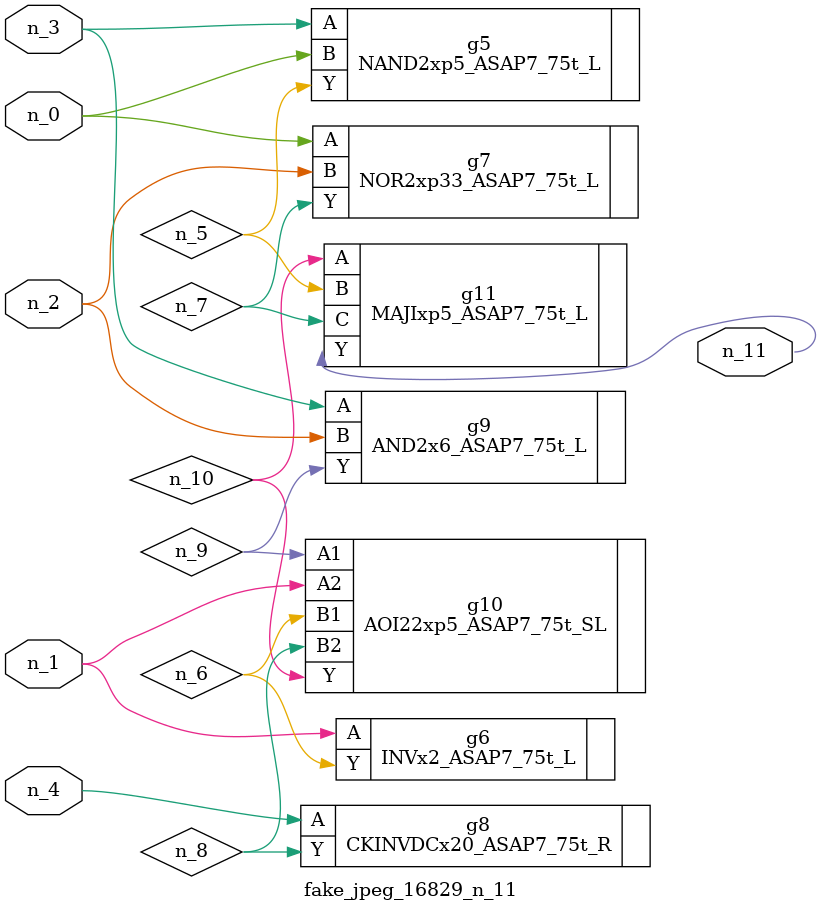
<source format=v>
module fake_jpeg_16829_n_11 (n_3, n_2, n_1, n_0, n_4, n_11);

input n_3;
input n_2;
input n_1;
input n_0;
input n_4;

output n_11;

wire n_10;
wire n_8;
wire n_9;
wire n_6;
wire n_5;
wire n_7;

NAND2xp5_ASAP7_75t_L g5 ( 
.A(n_3),
.B(n_0),
.Y(n_5)
);

INVx2_ASAP7_75t_L g6 ( 
.A(n_1),
.Y(n_6)
);

NOR2xp33_ASAP7_75t_L g7 ( 
.A(n_0),
.B(n_2),
.Y(n_7)
);

CKINVDCx20_ASAP7_75t_R g8 ( 
.A(n_4),
.Y(n_8)
);

AND2x6_ASAP7_75t_L g9 ( 
.A(n_3),
.B(n_2),
.Y(n_9)
);

AOI22xp5_ASAP7_75t_SL g10 ( 
.A1(n_9),
.A2(n_1),
.B1(n_6),
.B2(n_8),
.Y(n_10)
);

MAJIxp5_ASAP7_75t_L g11 ( 
.A(n_10),
.B(n_5),
.C(n_7),
.Y(n_11)
);


endmodule
</source>
